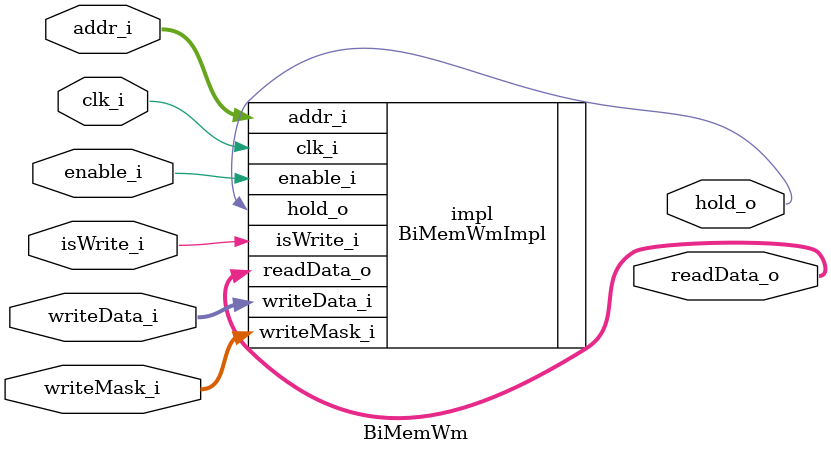
<source format=sv>

`default_nettype none


module BiMemWm #(
    parameter PROFILE = "default",
    parameter WIDTH = 16,
    parameter HEIGHT = 16,
    parameter MASK = 4         //width of write mask
) (
    input   wire logic                      clk_i,
    input   wire logic                      enable_i,
    input   wire logic                      isWrite_i,
    input   wire logic[MASK-1:0]            writeMask_i,
    input   wire logic[$clog2(HEIGHT)-1:0]  addr_i,
    input   wire logic[WIDTH-1:0]           writeData_i,
    output  wire logic[WIDTH-1:0]           readData_o,
    output  wire logic                      hold_o
);

`ifdef NOPF

    SimMemMask #(
        .WIDTH      (WIDTH),
        .LENGTH     (HEIGHT),
        .MASK       (MASK)
    ) impl (
        .aClk_i     (clk_i),
        .aAddr_i    (addr_i),
        .aDataIn_i  (writeData_i),
        .aDataOut_o (readData_o),
        .aEn_i      (enable_i),
        .aWr_i      (isWrite_i ? writeMask_i :'0),

        .bClk_i     (1'b0),
        .bAddr_i    ({$clog2(HEIGHT){1'b0}}),
        .bDataIn_i  ({WIDTH{1'b0}}),
        .bDataOut_o (),
        .bEn_i      (1'b0),
        .bWr_i      ({MASK{1'b0}})
    );
    assign hold_o = 1'b0;

`else

    //implementation has to be provided by the toplevel project trying to use
    //this mem. The profile parameter is used to distinguish between different
    //versions of memories used in different places

    BiMemWmImpl #(
        .PROFILE        (PROFILE),
        .WIDTH          (WIDTH),
        .HEIGHT         (HEIGHT),
        .MASK           (MASK)
    ) impl (
        .clk_i          (clk_i),
        .enable_i       (enable_i),
        .isWrite_i      (isWrite_i),
        .writeMask_i    (writeMask_i),
        .addr_i         (addr_i),
        .writeData_i    (writeData_i),
        .readData_o     (readData_o),
        .hold_o         (hold_o)
    );

`endif

endmodule
</source>
